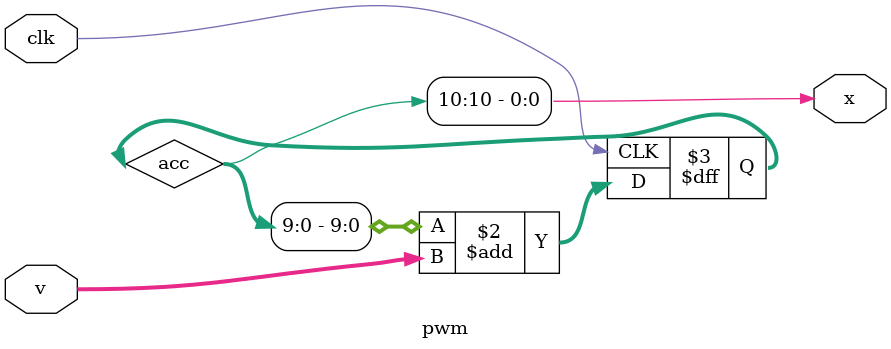
<source format=v>


//First Order Sigma Delta
module pwm(
  input clk,
  input [9:0] v,
  output x
);
  
  reg [10:0] acc;

  always @(posedge clk) acc <= acc[9:0] + v;

  assign x = acc[10];

endmodule

</source>
